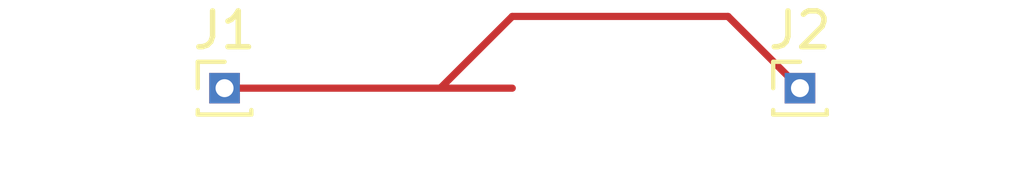
<source format=kicad_pcb>
(kicad_pcb (version 20241229) (generator "pcbnew") (generator_version "9.0")
  (layers (0 "F.Cu" signal) (2 "B.Cu" signal) (13 "F.Paste" user) (15 "B.Paste" user) (5 "F.SilkS" user "F.Silkscreen") (7 "B.SilkS" user "B.Silkscreen") (1 "F.Mask" user) (3 "B.Mask" user) (25 "Edge.Cuts" user))
  (net 0 "")
  (net 1 "/TEST")
  (footprint "Connector_PinHeader_1.00mm:PinHeader_1x01_P1.00mm_Vertical" (layer "F.Cu") (at 106 50)
    (property "Reference" "J2" (at 0 -1.61 0) (layer "F.SilkS"))
    (property "Value" "Conn_01x01_Pin")
    (fp_line (start -0.745 -0.735) (end 0 -0.735) (stroke (width 0.12)) (layer "F.SilkS"))
    (fp_line (start -0.745 0) (end -0.745 -0.735) (stroke (width 0.12)) (layer "F.SilkS"))
    (fp_line (start -0.745 0.735) (end -0.745 0.61) (stroke (width 0.12)) (layer "F.SilkS"))
    (fp_line (start -0.745 0.735) (end -0.685565 0.735) (stroke (width 0.12)) (layer "F.SilkS"))
    (fp_line (start -0.745 0.735) (end 0.745 0.735) (stroke (width 0.12)) (layer "F.SilkS"))
    (fp_line (start 0.685565 0.735) (end 0.745 0.735) (stroke (width 0.12)) (layer "F.SilkS"))
    (fp_line (start 0.745 0.735) (end 0.745 0.61) (stroke (width 0.12)) (layer "F.SilkS"))
    (pad "1" thru_hole rect (at 0 0) (size 0.85 0.85) (drill 0.5) (layers "*.Cu" "*.Mask") (net 1 "/TEST"))
  )
  (footprint "Connector_PinHeader_1.00mm:PinHeader_1x01_P1.00mm_Vertical" (layer "F.Cu") (at 90 50)
    (property "Reference" "J1" (at 0 -1.61 0) (layer "F.SilkS"))
    (property "Value" "Conn_01x01_Pin")
    (fp_line (start -0.745 -0.735) (end 0 -0.735) (stroke (width 0.12)) (layer "F.SilkS"))
    (fp_line (start -0.745 0) (end -0.745 -0.735) (stroke (width 0.12)) (layer "F.SilkS"))
    (fp_line (start -0.745 0.735) (end -0.745 0.61) (stroke (width 0.12)) (layer "F.SilkS"))
    (fp_line (start -0.745 0.735) (end -0.685565 0.735) (stroke (width 0.12)) (layer "F.SilkS"))
    (fp_line (start -0.745 0.735) (end 0.745 0.735) (stroke (width 0.12)) (layer "F.SilkS"))
    (fp_line (start 0.685565 0.735) (end 0.745 0.735) (stroke (width 0.12)) (layer "F.SilkS"))
    (fp_line (start 0.745 0.735) (end 0.745 0.61) (stroke (width 0.12)) (layer "F.SilkS"))
    (pad "1" thru_hole rect (at 0 0) (size 0.85 0.85) (drill 0.5) (layers "*.Cu" "*.Mask") (net 1 "/TEST"))
  )
  (segment (start 96 50) (end 98 50) (width 0.2) (layer "F.Cu") (net 1))
  (segment (start 90 50) (end 96 50) (width 0.2) (layer "F.Cu") (net 1))
  (segment (start 98 48) (end 96 50) (width 0.2) (layer "F.Cu") (net 1))
  (segment (start 104 48) (end 98 48) (width 0.2) (layer "F.Cu") (net 1))
  (segment (start 106 50) (end 104 48) (width 0.2) (layer "F.Cu") (net 1))
)
</source>
